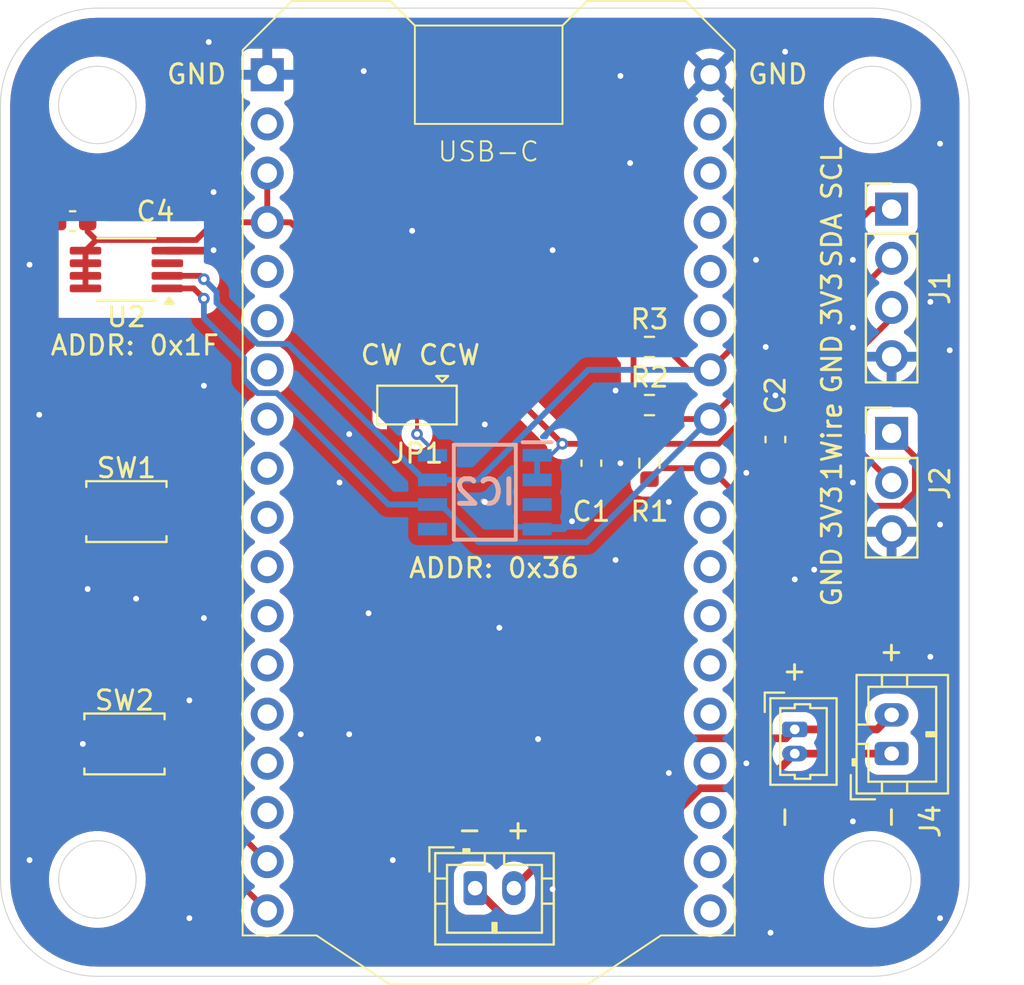
<source format=kicad_pcb>
(kicad_pcb (version 20240108) (generator "pcbnew") (generator_version "8.0")
  (layers (0 "F.Cu" signal) (31 "B.Cu" signal) (34 "B.Paste" user) (35 "F.Paste" user) (36 "B.SilkS" user "B.Silkscreen") (37 "F.SilkS" user "F.Silkscreen") (38 "B.Mask" user) (39 "F.Mask" user) (44 "Edge.Cuts" user))
  (net 0 "")
  (net 1 "+3V3")
  (net 2 "GND")
  (net 5 "SCL")
  (net 9 "SDA")
  (net 31 "Net-(IC2-DIR)")
  (net 33 "1_Wire")
  (net 36 "BAT+")
  (net 37 "BAT-")
  (net 38 "KEY1")
  (net 39 "KEY2")
  (footprint "Capacitor_SMD:C_0603_1608Metric" (layer "F.Cu") (at 165 72.275 90)
    (property "Reference" "C2" (at 2.275 0 90) (layer "F.SilkS"))
    (property "Value" "100nF")
    (pad "1" smd roundrect (at -0.775 0 90) (size 0.9 0.95) (layers "F.Cu" "F.Paste" "F.Mask") (net 2 "GND"))
    (pad "2" smd roundrect (at 0.775 0 90) (size 0.9 0.95) (layers "F.Cu" "F.Paste" "F.Mask") (net 1 "+3V3"))
  )
  (footprint "Resistor_SMD:R_0603_1608Metric" (layer "F.Cu") (at 158.5 73.5 -90)
    (property "Reference" "R1" (at 2.5 0 180) (layer "F.SilkS"))
    (property "Value" "4k7")
    (pad "1" smd roundrect (at -0.825 0 270) (size 0.8 0.95) (layers "F.Cu" "F.Paste" "F.Mask") (net 1 "+3V3"))
    (pad "2" smd roundrect (at 0.825 0 270) (size 0.8 0.95) (layers "F.Cu" "F.Paste" "F.Mask") (net 33 "1_Wire"))
  )
  (footprint "Resistor_SMD:R_0603_1608Metric" (layer "F.Cu") (at 158.5 70.5)
    (property "Reference" "R2" (at 0 -1.43 0) (layer "F.SilkS"))
    (property "Value" "4k7")
    (pad "1" smd roundrect (at -0.825 0) (size 0.8 0.95) (layers "F.Cu" "F.Paste" "F.Mask") (net 1 "+3V3"))
    (pad "2" smd roundrect (at 0.825 0) (size 0.8 0.95) (layers "F.Cu" "F.Paste" "F.Mask") (net 9 "SDA"))
  )
  (footprint "crack_monitoring:SW_Push_SPST_NO_Alps_SKRK" (layer "F.Cu") (at 131.5 76)
    (property "Reference" "SW1" (at 0 -2.25 0) (layer "F.SilkS"))
    (property "Value" "Key1")
    (pad "1" smd roundrect (at -2.1 0) (size 0.8 2) (layers "F.Cu" "F.Paste" "F.Mask") (net 2 "GND"))
    (pad "2" smd roundrect (at 2.1 0) (size 0.8 2) (layers "F.Cu" "F.Paste" "F.Mask") (net 38 "KEY1"))
  )
  (footprint "Connector_PinHeader_2.54mm:PinHeader_1x04_P2.54mm_Vertical" (layer "F.Cu") (at 171 60.38)
    (property "Reference" "J1" (at 2.5 4.08 90) (layer "F.SilkS"))
    (property "Value" "Conn_I2C_PinH")
    (pad "1" thru_hole rect (at 0 0) (size 1.7 1.7) (drill 1) (layers "*.Cu" "*.Mask" "In1.Cu" "In2.Cu" "In3.Cu" "In4.Cu" "In5.Cu" "In6.Cu" "In7.Cu" "In8.Cu" "In9.Cu" "In10.Cu" "In11.Cu" "In12.Cu" "In13.Cu" "In14.Cu" "In15.Cu" "In16.Cu" "In17.Cu" "In18.Cu" "In19.Cu" "In20.Cu" "In21.Cu" "In22.Cu" "In23.Cu" "In24.Cu" "In25.Cu" "In26.Cu" "In27.Cu" "In28.Cu" "In29.Cu" "In30.Cu") (net 5 "SCL"))
    (pad "2" thru_hole oval (at 0 2.54) (size 1.7 1.7) (drill 1) (layers "*.Cu" "*.Mask" "In1.Cu" "In2.Cu" "In3.Cu" "In4.Cu" "In5.Cu" "In6.Cu" "In7.Cu" "In8.Cu" "In9.Cu" "In10.Cu" "In11.Cu" "In12.Cu" "In13.Cu" "In14.Cu" "In15.Cu" "In16.Cu" "In17.Cu" "In18.Cu" "In19.Cu" "In20.Cu" "In21.Cu" "In22.Cu" "In23.Cu" "In24.Cu" "In25.Cu" "In26.Cu" "In27.Cu" "In28.Cu" "In29.Cu" "In30.Cu") (net 9 "SDA"))
    (pad "3" thru_hole oval (at 0 5.08) (size 1.7 1.7) (drill 1) (layers "*.Cu" "*.Mask" "In1.Cu" "In2.Cu" "In3.Cu" "In4.Cu" "In5.Cu" "In6.Cu" "In7.Cu" "In8.Cu" "In9.Cu" "In10.Cu" "In11.Cu" "In12.Cu" "In13.Cu" "In14.Cu" "In15.Cu" "In16.Cu" "In17.Cu" "In18.Cu" "In19.Cu" "In20.Cu" "In21.Cu" "In22.Cu" "In23.Cu" "In24.Cu" "In25.Cu" "In26.Cu" "In27.Cu" "In28.Cu" "In29.Cu" "In30.Cu") (net 1 "+3V3"))
    (pad "4" thru_hole oval (at 0 7.62) (size 1.7 1.7) (drill 1) (layers "*.Cu" "*.Mask" "In1.Cu" "In2.Cu" "In3.Cu" "In4.Cu" "In5.Cu" "In6.Cu" "In7.Cu" "In8.Cu" "In9.Cu" "In10.Cu" "In11.Cu" "In12.Cu" "In13.Cu" "In14.Cu" "In15.Cu" "In16.Cu" "In17.Cu" "In18.Cu" "In19.Cu" "In20.Cu" "In21.Cu" "In22.Cu" "In23.Cu" "In24.Cu" "In25.Cu" "In26.Cu" "In27.Cu" "In28.Cu" "In29.Cu" "In30.Cu") (net 2 "GND"))
  )
  (footprint "Connector_Molex:Molex_PicoBlade_53047-0210_1x02_P1.25mm_Vertical" (layer "F.Cu") (at 166 87.25 -90)
    (property "Reference" "J5" (hide yes))
    (property "Value" "Conn_BAT_Picoblade")
    (pad "1" thru_hole roundrect (at 0 0 270) (size 0.8 1.3) (drill 0.5) (layers "*.Cu" "*.Mask" "In1.Cu" "In2.Cu" "In3.Cu" "In4.Cu" "In5.Cu" "In6.Cu" "In7.Cu" "In8.Cu" "In9.Cu" "In10.Cu" "In11.Cu" "In12.Cu" "In13.Cu" "In14.Cu" "In15.Cu" "In16.Cu" "In17.Cu" "In18.Cu" "In19.Cu" "In20.Cu" "In21.Cu" "In22.Cu" "In23.Cu" "In24.Cu" "In25.Cu" "In26.Cu" "In27.Cu" "In28.Cu" "In29.Cu" "In30.Cu") (net 36 "BAT+"))
    (pad "2" thru_hole oval (at 1.25 0 270) (size 0.8 1.3) (drill 0.5) (layers "*.Cu" "*.Mask" "In1.Cu" "In2.Cu" "In3.Cu" "In4.Cu" "In5.Cu" "In6.Cu" "In7.Cu" "In8.Cu" "In9.Cu" "In10.Cu" "In11.Cu" "In12.Cu" "In13.Cu" "In14.Cu" "In15.Cu" "In16.Cu" "In17.Cu" "In18.Cu" "In19.Cu" "In20.Cu" "In21.Cu" "In22.Cu" "In23.Cu" "In24.Cu" "In25.Cu" "In26.Cu" "In27.Cu" "In28.Cu" "In29.Cu" "In30.Cu") (net 37 "BAT-"))
  )
  (footprint "Connector_PinHeader_2.54mm:PinHeader_1x03_P2.54mm_Vertical" (layer "F.Cu") (at 171 71.96)
    (property "Reference" "J2" (at 2.5 2.58 90) (layer "F.SilkS"))
    (property "Value" "Conn_1Wire_PinH")
    (pad "1" thru_hole rect (at 0 0) (size 1.7 1.7) (drill 1) (layers "*.Cu" "*.Mask" "In1.Cu" "In2.Cu" "In3.Cu" "In4.Cu" "In5.Cu" "In6.Cu" "In7.Cu" "In8.Cu" "In9.Cu" "In10.Cu" "In11.Cu" "In12.Cu" "In13.Cu" "In14.Cu" "In15.Cu" "In16.Cu" "In17.Cu" "In18.Cu" "In19.Cu" "In20.Cu" "In21.Cu" "In22.Cu" "In23.Cu" "In24.Cu" "In25.Cu" "In26.Cu" "In27.Cu" "In28.Cu" "In29.Cu" "In30.Cu") (net 33 "1_Wire"))
    (pad "2" thru_hole oval (at 0 2.54) (size 1.7 1.7) (drill 1) (layers "*.Cu" "*.Mask" "In1.Cu" "In2.Cu" "In3.Cu" "In4.Cu" "In5.Cu" "In6.Cu" "In7.Cu" "In8.Cu" "In9.Cu" "In10.Cu" "In11.Cu" "In12.Cu" "In13.Cu" "In14.Cu" "In15.Cu" "In16.Cu" "In17.Cu" "In18.Cu" "In19.Cu" "In20.Cu" "In21.Cu" "In22.Cu" "In23.Cu" "In24.Cu" "In25.Cu" "In26.Cu" "In27.Cu" "In28.Cu" "In29.Cu" "In30.Cu") (net 1 "+3V3"))
    (pad "3" thru_hole oval (at 0 5.08) (size 1.7 1.7) (drill 1) (layers "*.Cu" "*.Mask" "In1.Cu" "In2.Cu" "In3.Cu" "In4.Cu" "In5.Cu" "In6.Cu" "In7.Cu" "In8.Cu" "In9.Cu" "In10.Cu" "In11.Cu" "In12.Cu" "In13.Cu" "In14.Cu" "In15.Cu" "In16.Cu" "In17.Cu" "In18.Cu" "In19.Cu" "In20.Cu" "In21.Cu" "In22.Cu" "In23.Cu" "In24.Cu" "In25.Cu" "In26.Cu" "In27.Cu" "In28.Cu" "In29.Cu" "In30.Cu") (net 2 "GND"))
  )
  (footprint "Connector_JST:JST_PH_B2B-PH-K_1x02_P2.00mm_Vertical" (layer "F.Cu") (at 149.5 95.45)
    (property "Reference" "J3" (hide yes))
    (property "Value" "Conn_BAT_JST")
    (pad "1" thru_hole roundrect (at 0 0) (size 1.2 1.75) (drill 0.75) (layers "*.Cu" "*.Mask" "In1.Cu" "In2.Cu" "In3.Cu" "In4.Cu" "In5.Cu" "In6.Cu" "In7.Cu" "In8.Cu" "In9.Cu" "In10.Cu" "In11.Cu" "In12.Cu" "In13.Cu" "In14.Cu" "In15.Cu" "In16.Cu" "In17.Cu" "In18.Cu" "In19.Cu" "In20.Cu" "In21.Cu" "In22.Cu" "In23.Cu" "In24.Cu" "In25.Cu" "In26.Cu" "In27.Cu" "In28.Cu" "In29.Cu" "In30.Cu") (roundrect_rratio 0.208333) (net 37 "BAT-"))
    (pad "2" thru_hole oval (at 2 0) (size 1.2 1.75) (drill 0.75) (layers "*.Cu" "*.Mask" "In1.Cu" "In2.Cu" "In3.Cu" "In4.Cu" "In5.Cu" "In6.Cu" "In7.Cu" "In8.Cu" "In9.Cu" "In10.Cu" "In11.Cu" "In12.Cu" "In13.Cu" "In14.Cu" "In15.Cu" "In16.Cu" "In17.Cu" "In18.Cu" "In19.Cu" "In20.Cu" "In21.Cu" "In22.Cu" "In23.Cu" "In24.Cu" "In25.Cu" "In26.Cu" "In27.Cu" "In28.Cu" "In29.Cu" "In30.Cu") (net 36 "BAT+"))
  )
  (footprint "Connector_JST:JST_PH_B2B-PH-K_1x02_P2.00mm_Vertical" (layer "F.Cu") (at 171 88.5 90)
    (property "Reference" "J4" (at -3.5 2 -90) (layer "F.SilkS"))
    (property "Value" "Conn_BAT_JST")
    (pad "1" thru_hole roundrect (at 0 0 90) (size 1.2 1.75) (drill 0.75) (layers "*.Cu" "*.Mask" "In1.Cu" "In2.Cu" "In3.Cu" "In4.Cu" "In5.Cu" "In6.Cu" "In7.Cu" "In8.Cu" "In9.Cu" "In10.Cu" "In11.Cu" "In12.Cu" "In13.Cu" "In14.Cu" "In15.Cu" "In16.Cu" "In17.Cu" "In18.Cu" "In19.Cu" "In20.Cu" "In21.Cu" "In22.Cu" "In23.Cu" "In24.Cu" "In25.Cu" "In26.Cu" "In27.Cu" "In28.Cu" "In29.Cu" "In30.Cu") (roundrect_rratio 0.208333) (net 37 "BAT-"))
    (pad "2" thru_hole oval (at 2 0 90) (size 1.2 1.75) (drill 0.75) (layers "*.Cu" "*.Mask" "In1.Cu" "In2.Cu" "In3.Cu" "In4.Cu" "In5.Cu" "In6.Cu" "In7.Cu" "In8.Cu" "In9.Cu" "In10.Cu" "In11.Cu" "In12.Cu" "In13.Cu" "In14.Cu" "In15.Cu" "In16.Cu" "In17.Cu" "In18.Cu" "In19.Cu" "In20.Cu" "In21.Cu" "In22.Cu" "In23.Cu" "In24.Cu" "In25.Cu" "In26.Cu" "In27.Cu" "In28.Cu" "In29.Cu" "In30.Cu") (net 36 "BAT+"))
  )
  (footprint "Capacitor_SMD:C_0603_1608Metric" (layer "F.Cu") (at 155.5 73.5 90)
    (property "Reference" "C1" (at -2.5 0 180) (layer "F.SilkS"))
    (property "Value" "100nF")
    (pad "1" smd roundrect (at -0.775 0 90) (size 0.9 0.95) (layers "F.Cu" "F.Paste" "F.Mask") (net 2 "GND"))
    (pad "2" smd roundrect (at 0.775 0 90) (size 0.9 0.95) (layers "F.Cu" "F.Paste" "F.Mask") (net 1 "+3V3"))
  )
  (footprint "Package_SO:MSOP-8_3x3mm_P0.65mm" (layer "F.Cu") (at 131.5 63.5 180)
    (property "Reference" "U2" (at 0 -2.45 0) (layer "F.SilkS"))
    (property "Value" "MCP9808_MSOP")
    (pad "1" smd roundrect (at -2.1125 -0.975 180) (size 1.625 0.4) (layers "F.Cu" "F.Paste" "F.Mask") (net 9 "SDA"))
    (pad "2" smd roundrect (at -2.1125 -0.325 180) (size 1.625 0.4) (layers "F.Cu" "F.Paste" "F.Mask") (net 5 "SCL"))
    (pad "3" smd roundrect (at -2.1125 0.325 180) (size 1.625 0.4) (layers "F.Cu" "F.Paste" "F.Mask"))
    (pad "4" smd roundrect (at -2.1125 0.975 180) (size 1.625 0.4) (layers "F.Cu" "F.Paste" "F.Mask") (net 2 "GND"))
    (pad "5" smd roundrect (at 2.1125 0.975 180) (size 1.625 0.4) (layers "F.Cu" "F.Paste" "F.Mask") (net 1 "+3V3"))
    (pad "6" smd roundrect (at 2.1125 0.325 180) (size 1.625 0.4) (layers "F.Cu" "F.Paste" "F.Mask") (net 1 "+3V3"))
    (pad "7" smd roundrect (at 2.1125 -0.325 180) (size 1.625 0.4) (layers "F.Cu" "F.Paste" "F.Mask") (net 1 "+3V3"))
    (pad "8" smd roundrect (at 2.1125 -0.975 180) (size 1.625 0.4) (layers "F.Cu" "F.Paste" "F.Mask") (net 1 "+3V3"))
  )
  (footprint "crack_monitoring:SW_Push_SPST_NO_Alps_SKRK" (layer "F.Cu") (at 131.4 88)
    (property "Reference" "SW2" (at 0 -2.25 0) (layer "F.SilkS"))
    (property "Value" "Key2")
    (pad "1" smd roundrect (at -2.1 0) (size 0.8 2) (layers "F.Cu" "F.Paste" "F.Mask") (net 2 "GND"))
    (pad "2" smd roundrect (at 2.1 0) (size 0.8 2) (layers "F.Cu" "F.Paste" "F.Mask") (net 39 "KEY2"))
  )
  (footprint "Jumper:SolderJumper-3_P1.3mm_Open_Pad1.0x1.5mm" (layer "F.Cu") (at 146.5 70.5 180)
    (property "Reference" "JP1" (at 0 -2.5 0) (layer "F.SilkS"))
    (property "Value" "DIR_Jumper")
    (pad "1" smd rect (at -1.3 0 180) (size 1 1.5) (layers "F.Cu" "F.Mask") (net 1 "+3V3"))
    (pad "2" smd rect (at 0 0 180) (size 1 1.5) (layers "F.Cu" "F.Mask") (net 31 "Net-(IC2-DIR)"))
    (pad "3" smd rect (at 1.3 0 180) (size 1 1.5) (layers "F.Cu" "F.Mask") (net 2 "GND"))
  )
  (footprint "Resistor_SMD:R_0603_1608Metric" (layer "F.Cu") (at 158.5 67.5)
    (property "Reference" "R3" (at 0 -1.43 0) (layer "F.SilkS"))
    (property "Value" "4k7")
    (pad "1" smd roundrect (at -0.825 0) (size 0.8 0.95) (layers "F.Cu" "F.Paste" "F.Mask") (net 1 "+3V3"))
    (pad "2" smd roundrect (at 0.825 0) (size 0.8 0.95) (layers "F.Cu" "F.Paste" "F.Mask") (net 5 "SCL"))
  )
  (footprint "Capacitor_SMD:C_0603_1608Metric" (layer "F.Cu") (at 128.725 61 180)
    (property "Reference" "C4" (at -4.275 0.5 0) (layer "F.SilkS"))
    (property "Value" "100nF")
    (pad "1" smd roundrect (at -0.775 0 180) (size 0.9 0.95) (layers "F.Cu" "F.Paste" "F.Mask") (net 1 "+3V3"))
    (pad "2" smd roundrect (at 0.775 0 180) (size 0.9 0.95) (layers "F.Cu" "F.Paste" "F.Mask") (net 2 "GND"))
  )
  (footprint "custom_heltec_wifi_lora_v3:Heltec_Wifi_LoRa_V3" (layer "F.Cu") (at 137.5 97.89)
    (property "Reference" "U1" (hide yes))
    (property "Value" "Heltec V3" (hide yes))
    (fp_text user "USB-C" (at 10 -39.89 0) (layer "F.SilkS") (effects (font (thickness 0.1)) (justify left bottom)))
    (pad "1" thru_hole rect (at 1.27 -44.45 180) (size 1.7 1.7) (drill 1) (layers "*.Cu" "*.Mask" "In1.Cu" "In2.Cu" "In3.Cu" "In4.Cu" "In5.Cu" "In6.Cu" "In7.Cu" "In8.Cu" "In9.Cu" "In10.Cu" "In11.Cu" "In12.Cu" "In13.Cu" "In14.Cu" "In15.Cu" "In16.Cu" "In17.Cu" "In18.Cu" "In19.Cu" "In20.Cu" "In21.Cu" "In22.Cu" "In23.Cu" "In24.Cu" "In25.Cu" "In26.Cu" "In27.Cu" "In28.Cu" "In29.Cu" "In30.Cu") (net 2 "GND"))
    (pad "2" thru_hole circle (at 1.27 -41.91 180) (size 1.7 1.7) (drill 1) (layers "*.Cu" "*.Mask" "In1.Cu" "In2.Cu" "In3.Cu" "In4.Cu" "In5.Cu" "In6.Cu" "In7.Cu" "In8.Cu" "In9.Cu" "In10.Cu" "In11.Cu" "In12.Cu" "In13.Cu" "In14.Cu" "In15.Cu" "In16.Cu" "In17.Cu" "In18.Cu" "In19.Cu" "In20.Cu" "In21.Cu" "In22.Cu" "In23.Cu" "In24.Cu" "In25.Cu" "In26.Cu" "In27.Cu" "In28.Cu" "In29.Cu" "In30.Cu"))
    (pad "3" thru_hole circle (at 1.27 -39.37 180) (size 1.7 1.7) (drill 1) (layers "*.Cu" "*.Mask" "In1.Cu" "In2.Cu" "In3.Cu" "In4.Cu" "In5.Cu" "In6.Cu" "In7.Cu" "In8.Cu" "In9.Cu" "In10.Cu" "In11.Cu" "In12.Cu" "In13.Cu" "In14.Cu" "In15.Cu" "In16.Cu" "In17.Cu" "In18.Cu" "In19.Cu" "In20.Cu" "In21.Cu" "In22.Cu" "In23.Cu" "In24.Cu" "In25.Cu" "In26.Cu" "In27.Cu" "In28.Cu" "In29.Cu" "In30.Cu") (net 1 "+3V3"))
    (pad "4" thru_hole circle (at 1.27 -36.83 180) (size 1.7 1.7) (drill 1) (layers "*.Cu" "*.Mask" "In1.Cu" "In2.Cu" "In3.Cu" "In4.Cu" "In5.Cu" "In6.Cu" "In7.Cu" "In8.Cu" "In9.Cu" "In10.Cu" "In11.Cu" "In12.Cu" "In13.Cu" "In14.Cu" "In15.Cu" "In16.Cu" "In17.Cu" "In18.Cu" "In19.Cu" "In20.Cu" "In21.Cu" "In22.Cu" "In23.Cu" "In24.Cu" "In25.Cu" "In26.Cu" "In27.Cu" "In28.Cu" "In29.Cu" "In30.Cu") (net 1 "+3V3"))
    (pad "5" thru_hole circle (at 1.27 -34.29 180) (size 1.7 1.7) (drill 1) (layers "*.Cu" "*.Mask" "In1.Cu" "In2.Cu" "In3.Cu" "In4.Cu" "In5.Cu" "In6.Cu" "In7.Cu" "In8.Cu" "In9.Cu" "In10.Cu" "In11.Cu" "In12.Cu" "In13.Cu" "In14.Cu" "In15.Cu" "In16.Cu" "In17.Cu" "In18.Cu" "In19.Cu" "In20.Cu" "In21.Cu" "In22.Cu" "In23.Cu" "In24.Cu" "In25.Cu" "In26.Cu" "In27.Cu" "In28.Cu" "In29.Cu" "In30.Cu"))
    (pad "6" thru_hole circle (at 1.27 -31.75 180) (size 1.7 1.7) (drill 1) (layers "*.Cu" "*.Mask" "In1.Cu" "In2.Cu" "In3.Cu" "In4.Cu" "In5.Cu" "In6.Cu" "In7.Cu" "In8.Cu" "In9.Cu" "In10.Cu" "In11.Cu" "In12.Cu" "In13.Cu" "In14.Cu" "In15.Cu" "In16.Cu" "In17.Cu" "In18.Cu" "In19.Cu" "In20.Cu" "In21.Cu" "In22.Cu" "In23.Cu" "In24.Cu" "In25.Cu" "In26.Cu" "In27.Cu" "In28.Cu" "In29.Cu" "In30.Cu"))
    (pad "7" thru_hole circle (at 1.27 -29.21 180) (size 1.7 1.7) (drill 1) (layers "*.Cu" "*.Mask" "In1.Cu" "In2.Cu" "In3.Cu" "In4.Cu" "In5.Cu" "In6.Cu" "In7.Cu" "In8.Cu" "In9.Cu" "In10.Cu" "In11.Cu" "In12.Cu" "In13.Cu" "In14.Cu" "In15.Cu" "In16.Cu" "In17.Cu" "In18.Cu" "In19.Cu" "In20.Cu" "In21.Cu" "In22.Cu" "In23.Cu" "In24.Cu" "In25.Cu" "In26.Cu" "In27.Cu" "In28.Cu" "In29.Cu" "In30.Cu"))
    (pad "8" thru_hole circle (at 1.27 -26.67 180) (size 1.7 1.7) (drill 1) (layers "*.Cu" "*.Mask" "In1.Cu" "In2.Cu" "In3.Cu" "In4.Cu" "In5.Cu" "In6.Cu" "In7.Cu" "In8.Cu" "In9.Cu" "In10.Cu" "In11.Cu" "In12.Cu" "In13.Cu" "In14.Cu" "In15.Cu" "In16.Cu" "In17.Cu" "In18.Cu" "In19.Cu" "In20.Cu" "In21.Cu" "In22.Cu" "In23.Cu" "In24.Cu" "In25.Cu" "In26.Cu" "In27.Cu" "In28.Cu" "In29.Cu" "In30.Cu"))
    (pad "9" thru_hole circle (at 1.27 -24.13 180) (size 1.7 1.7) (drill 1) (layers "*.Cu" "*.Mask" "In1.Cu" "In2.Cu" "In3.Cu" "In4.Cu" "In5.Cu" "In6.Cu" "In7.Cu" "In8.Cu" "In9.Cu" "In10.Cu" "In11.Cu" "In12.Cu" "In13.Cu" "In14.Cu" "In15.Cu" "In16.Cu" "In17.Cu" "In18.Cu" "In19.Cu" "In20.Cu" "In21.Cu" "In22.Cu" "In23.Cu" "In24.Cu" "In25.Cu" "In26.Cu" "In27.Cu" "In28.Cu" "In29.Cu" "In30.Cu"))
    (pad "10" thru_hole circle (at 1.27 -21.59 180) (size 1.7 1.7) (drill 1) (layers "*.Cu" "*.Mask" "In1.Cu" "In2.Cu" "In3.Cu" "In4.Cu" "In5.Cu" "In6.Cu" "In7.Cu" "In8.Cu" "In9.Cu" "In10.Cu" "In11.Cu" "In12.Cu" "In13.Cu" "In14.Cu" "In15.Cu" "In16.Cu" "In17.Cu" "In18.Cu" "In19.Cu" "In20.Cu" "In21.Cu" "In22.Cu" "In23.Cu" "In24.Cu" "In25.Cu" "In26.Cu" "In27.Cu" "In28.Cu" "In29.Cu" "In30.Cu"))
    (pad "11" thru_hole circle (at 1.27 -19.05 180) (size 1.7 1.7) (drill 1) (layers "*.Cu" "*.Mask" "In1.Cu" "In2.Cu" "In3.Cu" "In4.Cu" "In5.Cu" "In6.Cu" "In7.Cu" "In8.Cu" "In9.Cu" "In10.Cu" "In11.Cu" "In12.Cu" "In13.Cu" "In14.Cu" "In15.Cu" "In16.Cu" "In17.Cu" "In18.Cu" "In19.Cu" "In20.Cu" "In21.Cu" "In22.Cu" "In23.Cu" "In24.Cu" "In25.Cu" "In26.Cu" "In27.Cu" "In28.Cu" "In29.Cu" "In30.Cu"))
    (pad "12" thru_hole circle (at 1.27 -16.51 180) (size 1.7 1.7) (drill 1) (layers "*.Cu" "*.Mask" "In1.Cu" "In2.Cu" "In3.Cu" "In4.Cu" "In5.Cu" "In6.Cu" "In7.Cu" "In8.Cu" "In9.Cu" "In10.Cu" "In11.Cu" "In12.Cu" "In13.Cu" "In14.Cu" "In15.Cu" "In16.Cu" "In17.Cu" "In18.Cu" "In19.Cu" "In20.Cu" "In21.Cu" "In22.Cu" "In23.Cu" "In24.Cu" "In25.Cu" "In26.Cu" "In27.Cu" "In28.Cu" "In29.Cu" "In30.Cu"))
    (pad "13" thru_hole circle (at 1.27 -13.97 180) (size 1.7 1.7) (drill 1) (layers "*.Cu" "*.Mask" "In1.Cu" "In2.Cu" "In3.Cu" "In4.Cu" "In5.Cu" "In6.Cu" "In7.Cu" "In8.Cu" "In9.Cu" "In10.Cu" "In11.Cu" "In12.Cu" "In13.Cu" "In14.Cu" "In15.Cu" "In16.Cu" "In17.Cu" "In18.Cu" "In19.Cu" "In20.Cu" "In21.Cu" "In22.Cu" "In23.Cu" "In24.Cu" "In25.Cu" "In26.Cu" "In27.Cu" "In28.Cu" "In29.Cu" "In30.Cu"))
    (pad "14" thru_hole circle (at 1.27 -11.43 180) (size 1.7 1.7) (drill 1) (layers "*.Cu" "*.Mask" "In1.Cu" "In2.Cu" "In3.Cu" "In4.Cu" "In5.Cu" "In6.Cu" "In7.Cu" "In8.Cu" "In9.Cu" "In10.Cu" "In11.Cu" "In12.Cu" "In13.Cu" "In14.Cu" "In15.Cu" "In16.Cu" "In17.Cu" "In18.Cu" "In19.Cu" "In20.Cu" "In21.Cu" "In22.Cu" "In23.Cu" "In24.Cu" "In25.Cu" "In26.Cu" "In27.Cu" "In28.Cu" "In29.Cu" "In30.Cu"))
    (pad "15" thru_hole circle (at 1.27 -8.89 180) (size 1.7 1.7) (drill 1) (layers "*.Cu" "*.Mask" "In1.Cu" "In2.Cu" "In3.Cu" "In4.Cu" "In5.Cu" "In6.Cu" "In7.Cu" "In8.Cu" "In9.Cu" "In10.Cu" "In11.Cu" "In12.Cu" "In13.Cu" "In14.Cu" "In15.Cu" "In16.Cu" "In17.Cu" "In18.Cu" "In19.Cu" "In20.Cu" "In21.Cu" "In22.Cu" "In23.Cu" "In24.Cu" "In25.Cu" "In26.Cu" "In27.Cu" "In28.Cu" "In29.Cu" "In30.Cu"))
    (pad "16" thru_hole circle (at 1.27 -6.35 180) (size 1.7 1.7) (drill 1) (layers "*.Cu" "*.Mask" "In1.Cu" "In2.Cu" "In3.Cu" "In4.Cu" "In5.Cu" "In6.Cu" "In7.Cu" "In8.Cu" "In9.Cu" "In10.Cu" "In11.Cu" "In12.Cu" "In13.Cu" "In14.Cu" "In15.Cu" "In16.Cu" "In17.Cu" "In18.Cu" "In19.Cu" "In20.Cu" "In21.Cu" "In22.Cu" "In23.Cu" "In24.Cu" "In25.Cu" "In26.Cu" "In27.Cu" "In28.Cu" "In29.Cu" "In30.Cu"))
    (pad "17" thru_hole circle (at 1.27 -3.81 180) (size 1.7 1.7) (drill 1) (layers "*.Cu" "*.Mask" "In1.Cu" "In2.Cu" "In3.Cu" "In4.Cu" "In5.Cu" "In6.Cu" "In7.Cu" "In8.Cu" "In9.Cu" "In10.Cu" "In11.Cu" "In12.Cu" "In13.Cu" "In14.Cu" "In15.Cu" "In16.Cu" "In17.Cu" "In18.Cu" "In19.Cu" "In20.Cu" "In21.Cu" "In22.Cu" "In23.Cu" "In24.Cu" "In25.Cu" "In26.Cu" "In27.Cu" "In28.Cu" "In29.Cu" "In30.Cu") (net 38 "KEY1"))
    (pad "18" thru_hole circle (at 1.27 -1.27 180) (size 1.7 1.7) (drill 1) (layers "*.Cu" "*.Mask" "In1.Cu" "In2.Cu" "In3.Cu" "In4.Cu" "In5.Cu" "In6.Cu" "In7.Cu" "In8.Cu" "In9.Cu" "In10.Cu" "In11.Cu" "In12.Cu" "In13.Cu" "In14.Cu" "In15.Cu" "In16.Cu" "In17.Cu" "In18.Cu" "In19.Cu" "In20.Cu" "In21.Cu" "In22.Cu" "In23.Cu" "In24.Cu" "In25.Cu" "In26.Cu" "In27.Cu" "In28.Cu" "In29.Cu" "In30.Cu") (net 39 "KEY2"))
    (pad "19" thru_hole circle (at 24.13 -44.45 180) (size 1.7 1.7) (drill 1) (layers "*.Cu" "*.Mask" "In1.Cu" "In2.Cu" "In3.Cu" "In4.Cu" "In5.Cu" "In6.Cu" "In7.Cu" "In8.Cu" "In9.Cu" "In10.Cu" "In11.Cu" "In12.Cu" "In13.Cu" "In14.Cu" "In15.Cu" "In16.Cu" "In17.Cu" "In18.Cu" "In19.Cu" "In20.Cu" "In21.Cu" "In22.Cu" "In23.Cu" "In24.Cu" "In25.Cu" "In26.Cu" "In27.Cu" "In28.Cu" "In29.Cu" "In30.Cu") (net 2 "GND"))
    (pad "20" thru_hole circle (at 24.13 -41.91 180) (size 1.7 1.7) (drill 1) (layers "*.Cu" "*.Mask" "In1.Cu" "In2.Cu" "In3.Cu" "In4.Cu" "In5.Cu" "In6.Cu" "In7.Cu" "In8.Cu" "In9.Cu" "In10.Cu" "In11.Cu" "In12.Cu" "In13.Cu" "In14.Cu" "In15.Cu" "In16.Cu" "In17.Cu" "In18.Cu" "In19.Cu" "In20.Cu" "In21.Cu" "In22.Cu" "In23.Cu" "In24.Cu" "In25.Cu" "In26.Cu" "In27.Cu" "In28.Cu" "In29.Cu" "In30.Cu"))
    (pad "21" thru_hole circle (at 24.13 -39.37 180) (size 1.7 1.7) (drill 1) (layers "*.Cu" "*.Mask" "In1.Cu" "In2.Cu" "In3.Cu" "In4.Cu" "In5.Cu" "In6.Cu" "In7.Cu" "In8.Cu" "In9.Cu" "In10.Cu" "In11.Cu" "In12.Cu" "In13.Cu" "In14.Cu" "In15.Cu" "In16.Cu" "In17.Cu" "In18.Cu" "In19.Cu" "In20.Cu" "In21.Cu" "In22.Cu" "In23.Cu" "In24.Cu" "In25.Cu" "In26.Cu" "In27.Cu" "In28.Cu" "In29.Cu" "In30.Cu"))
    (pad "22" thru_hole circle (at 24.13 -36.83 180) (size 1.7 1.7) (drill 1) (layers "*.Cu" "*.Mask" "In1.Cu" "In2.Cu" "In3.Cu" "In4.Cu" "In5.Cu" "In6.Cu" "In7.Cu" "In8.Cu" "In9.Cu" "In10.Cu" "In11.Cu" "In12.Cu" "In13.Cu" "In14.Cu" "In15.Cu" "In16.Cu" "In17.Cu" "In18.Cu" "In19.Cu" "In20.Cu" "In21.Cu" "In22.Cu" "In23.Cu" "In24.Cu" "In25.Cu" "In26.Cu" "In27.Cu" "In28.Cu" "In29.Cu" "In30.Cu"))
    (pad "23" thru_hole circle (at 24.13 -34.29 180) (size 1.7 1.7) (drill 1) (layers "*.Cu" "*.Mask" "In1.Cu" "In2.Cu" "In3.Cu" "In4.Cu" "In5.Cu" "In6.Cu" "In7.Cu" "In8.Cu" "In9.Cu" "In10.Cu" "In11.Cu" "In12.Cu" "In13.Cu" "In14.Cu" "In15.Cu" "In16.Cu" "In17.Cu" "In18.Cu" "In19.Cu" "In20.Cu" "In21.Cu" "In22.Cu" "In23.Cu" "In24.Cu" "In25.Cu" "In26.Cu" "In27.Cu" "In28.Cu" "In29.Cu" "In30.Cu"))
    (pad "24" thru_hole circle (at 24.13 -31.75 180) (size 1.7 1.7) (drill 1) (layers "*.Cu" "*.Mask" "In1.Cu" "In2.Cu" "In3.Cu" "In4.Cu" "In5.Cu" "In6.Cu" "In7.Cu" "In8.Cu" "In9.Cu" "In10.Cu" "In11.Cu" "In12.Cu" "In13.Cu" "In14.Cu" "In15.Cu" "In16.Cu" "In17.Cu" "In18.Cu" "In19.Cu" "In20.Cu" "In21.Cu" "In22.Cu" "In23.Cu" "In24.Cu" "In25.Cu" "In26.Cu" "In27.Cu" "In28.Cu" "In29.Cu" "In30.Cu"))
    (pad "25" thru_hole circle (at 24.13 -29.21 180) (size 1.7 1.7) (drill 1) (layers "*.Cu" "*.Mask" "In1.Cu" "In2.Cu" "In3.Cu" "In4.Cu" "In5.Cu" "In6.Cu" "In7.Cu" "In8.Cu" "In9.Cu" "In10.Cu" "In11.Cu" "In12.Cu" "In13.Cu" "In14.Cu" "In15.Cu" "In16.Cu" "In17.Cu" "In18.Cu" "In19.Cu" "In20.Cu" "In21.Cu" "In22.Cu" "In23.Cu" "In24.Cu" "In25.Cu" "In26.Cu" "In27.Cu" "In28.Cu" "In29.Cu" "In30.Cu") (net 5 "SCL"))
    (pad "26" thru_hole circle (at 24.13 -26.67 180) (size 1.7 1.7) (drill 1) (layers "*.Cu" "*.Mask" "In1.Cu" "In2.Cu" "In3.Cu" "In4.Cu" "In5.Cu" "In6.Cu" "In7.Cu" "In8.Cu" "In9.Cu" "In10.Cu" "In11.Cu" "In12.Cu" "In13.Cu" "In14.Cu" "In15.Cu" "In16.Cu" "In17.Cu" "In18.Cu" "In19.Cu" "In20.Cu" "In21.Cu" "In22.Cu" "In23.Cu" "In24.Cu" "In25.Cu" "In26.Cu" "In27.Cu" "In28.Cu" "In29.Cu" "In30.Cu") (net 9 "SDA"))
    (pad "27" thru_hole circle (at 24.13 -24.13 180) (size 1.7 1.7) (drill 1) (layers "*.Cu" "*.Mask" "In1.Cu" "In2.Cu" "In3.Cu" "In4.Cu" "In5.Cu" "In6.Cu" "In7.Cu" "In8.Cu" "In9.Cu" "In10.Cu" "In11.Cu" "In12.Cu" "In13.Cu" "In14.Cu" "In15.Cu" "In16.Cu" "In17.Cu" "In18.Cu" "In19.Cu" "In20.Cu" "In21.Cu" "In22.Cu" "In23.Cu" "In24.Cu" "In25.Cu" "In26.Cu" "In27.Cu" "In28.Cu" "In29.Cu" "In30.Cu") (net 33 "1_Wire"))
    (pad "28" thru_hole circle (at 24.13 -21.59 180) (size 1.7 1.7) (drill 1) (layers "*.Cu" "*.Mask" "In1.Cu" "In2.Cu" "In3.Cu" "In4.Cu" "In5.Cu" "In6.Cu" "In7.Cu" "In8.Cu" "In9.Cu" "In10.Cu" "In11.Cu" "In12.Cu" "In13.Cu" "In14.Cu" "In15.Cu" "In16.Cu" "In17.Cu" "In18.Cu" "In19.Cu" "In20.Cu" "In21.Cu" "In22.Cu" "In23.Cu" "In24.Cu" "In25.Cu" "In26.Cu" "In27.Cu" "In28.Cu" "In29.Cu" "In30.Cu"))
    (pad "29" thru_hole circle (at 24.13 -19.05 180) (size 1.7 1.7) (drill 1) (layers "*.Cu" "*.Mask" "In1.Cu" "In2.Cu" "In3.Cu" "In4.Cu" "In5.Cu" "In6.Cu" "In7.Cu" "In8.Cu" "In9.Cu" "In10.Cu" "In11.Cu" "In12.Cu" "In13.Cu" "In14.Cu" "In15.Cu" "In16.Cu" "In17.Cu" "In18.Cu" "In19.Cu" "In20.Cu" "In21.Cu" "In22.Cu" "In23.Cu" "In24.Cu" "In25.Cu" "In26.Cu" "In27.Cu" "In28.Cu" "In29.Cu" "In30.Cu"))
    (pad "30" thru_hole circle (at 24.13 -16.51 180) (size 1.7 1.7) (drill 1) (layers "*.Cu" "*.Mask" "In1.Cu" "In2.Cu" "In3.Cu" "In4.Cu" "In5.Cu" "In6.Cu" "In7.Cu" "In8.Cu" "In9.Cu" "In10.Cu" "In11.Cu" "In12.Cu" "In13.Cu" "In14.Cu" "In15.Cu" "In16.Cu" "In17.Cu" "In18.Cu" "In19.Cu" "In20.Cu" "In21.Cu" "In22.Cu" "In23.Cu" "In24.Cu" "In25.Cu" "In26.Cu" "In27.Cu" "In28.Cu" "In29.Cu" "In30.Cu"))
    (pad "31" thru_hole circle (at 24.13 -13.97 180) (size 1.7 1.7) (drill 1) (layers "*.Cu" "*.Mask" "In1.Cu" "In2.Cu" "In3.Cu" "In4.Cu" "In5.Cu" "In6.Cu" "In7.Cu" "In8.Cu" "In9.Cu" "In10.Cu" "In11.Cu" "In12.Cu" "In13.Cu" "In14.Cu" "In15.Cu" "In16.Cu" "In17.Cu" "In18.Cu" "In19.Cu" "In20.Cu" "In21.Cu" "In22.Cu" "In23.Cu" "In24.Cu" "In25.Cu" "In26.Cu" "In27.Cu" "In28.Cu" "In29.Cu" "In30.Cu"))
    (pad "32" thru_hole circle (at 24.13 -11.43 180) (size 1.7 1.7) (drill 1) (layers "*.Cu" "*.Mask" "In1.Cu" "In2.Cu" "In3.Cu" "In4.Cu" "In5.Cu" "In6.Cu" "In7.Cu" "In8.Cu" "In9.Cu" "In10.Cu" "In11.Cu" "In12.Cu" "In13.Cu" "In14.Cu" "In15.Cu" "In16.Cu" "In17.Cu" "In18.Cu" "In19.Cu" "In20.Cu" "In21.Cu" "In22.Cu" "In23.Cu" "In24.Cu" "In25.Cu" "In26.Cu" "In27.Cu" "In28.Cu" "In29.Cu" "In30.Cu"))
    (pad "33" thru_hole circle (at 24.13 -8.89 180) (size 1.7 1.7) (drill 1) (layers "*.Cu" "*.Mask" "In1.Cu" "In2.Cu" "In3.Cu" "In4.Cu" "In5.Cu" "In6.Cu" "In7.Cu" "In8.Cu" "In9.Cu" "In10.Cu" "In11.Cu" "In12.Cu" "In13.Cu" "In14.Cu" "In15.Cu" "In16.Cu" "In17.Cu" "In18.Cu" "In19.Cu" "In20.Cu" "In21.Cu" "In22.Cu" "In23.Cu" "In24.Cu" "In25.Cu" "In26.Cu" "In27.Cu" "In28.Cu" "In29.Cu" "In30.Cu"))
    (pad "34" thru_hole circle (at 24.13 -6.35 180) (size 1.7 1.7) (drill 1) (layers "*.Cu" "*.Mask" "In1.Cu" "In2.Cu" "In3.Cu" "In4.Cu" "In5.Cu" "In6.Cu" "In7.Cu" "In8.Cu" "In9.Cu" "In10.Cu" "In11.Cu" "In12.Cu" "In13.Cu" "In14.Cu" "In15.Cu" "In16.Cu" "In17.Cu" "In18.Cu" "In19.Cu" "In20.Cu" "In21.Cu" "In22.Cu" "In23.Cu" "In24.Cu" "In25.Cu" "In26.Cu" "In27.Cu" "In28.Cu" "In29.Cu" "In30.Cu"))
    (pad "35" thru_hole circle (at 24.13 -3.81 180) (size 1.7 1.7) (drill 1) (layers "*.Cu" "*.Mask" "In1.Cu" "In2.Cu" "In3.Cu" "In4.Cu" "In5.Cu" "In6.Cu" "In7.Cu" "In8.Cu" "In9.Cu" "In10.Cu" "In11.Cu" "In12.Cu" "In13.Cu" "In14.Cu" "In15.Cu" "In16.Cu" "In17.Cu" "In18.Cu" "In19.Cu" "In20.Cu" "In21.Cu" "In22.Cu" "In23.Cu" "In24.Cu" "In25.Cu" "In26.Cu" "In27.Cu" "In28.Cu" "In29.Cu" "In30.Cu"))
    (pad "36" thru_hole circle (at 24.13 -1.27 180) (size 1.7 1.7) (drill 1) (layers "*.Cu" "*.Mask" "In1.Cu" "In2.Cu" "In3.Cu" "In4.Cu" "In5.Cu" "In6.Cu" "In7.Cu" "In8.Cu" "In9.Cu" "In10.Cu" "In11.Cu" "In12.Cu" "In13.Cu" "In14.Cu" "In15.Cu" "In16.Cu" "In17.Cu" "In18.Cu" "In19.Cu" "In20.Cu" "In21.Cu" "In22.Cu" "In23.Cu" "In24.Cu" "In25.Cu" "In26.Cu" "In27.Cu" "In28.Cu" "In29.Cu" "In30.Cu"))
  )
  (footprint "crack_monitoring:SOIC127P600X175-8N" (layer "B.Cu") (at 150 75 180)
    (property "Reference" "IC2" (at 0 0 0) (layer "B.SilkS") (effects (font (size 1.27 1.27) (thickness 0.254)) (justify mirror)))
    (property "Value" "AS5600L-ASOM" (hide yes))
    (pad "1" smd rect (at -2.7 1.905 90) (size 0.65 1.5) (layers "B.Cu" "B.Paste" "B.Mask") (net 1 "+3V3"))
    (pad "2" smd rect (at -2.7 0.635 90) (size 0.65 1.5) (layers "B.Cu" "B.Paste" "B.Mask") (net 1 "+3V3"))
    (pad "3" smd rect (at -2.7 -0.635 90) (size 0.65 1.5) (layers "B.Cu" "B.Paste" "B.Mask"))
    (pad "4" smd rect (at -2.7 -1.905 90) (size 0.65 1.5) (layers "B.Cu" "B.Paste" "B.Mask") (net 2 "GND"))
    (pad "5" smd rect (at 2.7 -1.905 90) (size 0.65 1.5) (layers "B.Cu" "B.Paste" "B.Mask"))
    (pad "6" smd rect (at 2.7 -0.635 90) (size 0.65 1.5) (layers "B.Cu" "B.Paste" "B.Mask") (net 9 "SDA"))
    (pad "7" smd rect (at 2.7 0.635 90) (size 0.65 1.5) (layers "B.Cu" "B.Paste" "B.Mask") (net 5 "SCL"))
    (pad "8" smd rect (at 2.7 1.905 90) (size 0.65 1.5) (layers "B.Cu" "B.Paste" "B.Mask") (net 31 "Net-(IC2-DIR)"))
  )
  (gr_line (start 130 50) (end 170 50) (stroke (width 0.05)) (layer "Edge.Cuts"))
  (gr_arc (start 130 100) (mid 126.464466 98.535534) (end 125 95) (stroke (width 0.05)) (layer "Edge.Cuts"))
  (gr_circle (center 130 55) (end 130 57) (stroke (width 0.05)) (fill none) (layer "Edge.Cuts"))
  (gr_arc (start 175 95) (mid 173.535534 98.535534) (end 170 100) (stroke (width 0.05)) (layer "Edge.Cuts"))
  (gr_circle (center 170 95) (end 170 97) (stroke (width 0.05)) (fill none) (layer "Edge.Cuts"))
  (gr_arc (start 125 55) (mid 126.464466 51.464466) (end 130 50) (stroke (width 0.05)) (layer "Edge.Cuts"))
  (gr_circle (center 130 95) (end 130 97) (stroke (width 0.05)) (fill none) (layer "Edge.Cuts"))
  (gr_line (start 175 55) (end 175 95) (stroke (width 0.05)) (layer "Edge.Cuts"))
  (gr_line (start 125 55) (end 125 95) (stroke (width 0.05)) (layer "Edge.Cuts"))
  (gr_line (start 130 100) (end 170 100) (stroke (width 0.05)) (layer "Edge.Cuts"))
  (gr_circle (center 170 55) (end 170 57) (stroke (width 0.05)) (fill none) (layer "Edge.Cuts"))
  (gr_arc (start 170 50) (mid 173.535534 51.464466) (end 175 55) (stroke (width 0.05)) (layer "Edge.Cuts"))
  (gr_text "202411\nv1 PK" (at 147 55 0) (layer "F.Cu") (effects (font (size 1.1 1.1) (thickness 0.2)) (justify left bottom)))
  (gr_text "+" (at 166.5 85 90) (layer "F.SilkS") (effects (font (size 1 1)) (justify left bottom)))
  (gr_text "SDA" (at 168.5 63.5 90) (layer "F.SilkS") (effects (font (size 1 1)) (justify left bottom)))
  (gr_text "CCW" (at 146.5 68.5 0) (layer "F.SilkS") (effects (font (size 1 1)) (justify left bottom)))
  (gr_text "CW" (at 143.5 68.5 0) (layer "F.SilkS") (effects (font (size 1 1)) (justify left bottom)))
  (gr_text "3V3" (at 168.5 66.5 90) (layer "F.SilkS") (effects (font (size 1 1)) (justify left bottom)))
  (gr_text "SCL" (at 168.5 60 90) (layer "F.SilkS") (effects (font (size 1 1)) (justify left bottom)))
  (gr_text "GND" (at 168.5 70 90) (layer "F.SilkS") (effects (font (size 1 1)) (justify left bottom)))
  (gr_text "GND" (at 168.5 81 90) (layer "F.SilkS") (effects (font (size 1 1)) (justify left bottom)))
  (gr_text "-" (at 148.5 93 0) (layer "F.SilkS") (effects (font (size 1 1)) (justify left bottom)))
  (gr_text "+" (at 171.5 84 90) (layer "F.SilkS") (effects (font (size 1 1)) (justify left bottom)))
  (gr_text "3V3" (at 168.5 77.5 90) (layer "F.SilkS") (effects (font (size 1 1)) (justify left bottom)))
  (gr_text "GND" (at 133.5 54 0) (layer "F.SilkS") (effects (font (size 1 1)) (justify left bottom)))
  (gr_text "1Wire" (at 168.5 74.5 90) (layer "F.SilkS") (effects (font (size 1 1)) (justify left bottom)))
  (gr_text "GND" (at 163.5 54 0) (layer "F.SilkS") (effects (font (size 1 1)) (justify left bottom)))
  (gr_text "ADDR: 0x36" (at 146 79.5 0) (layer "F.SilkS") (effects (font (size 1 1)) (justify left bottom)))
  (gr_text "ADDR: 0x1F" (at 127.5 68 0) (layer "F.SilkS") (effects (font (size 1 1)) (justify left bottom)))
  (gr_text "+" (at 151 93 0) (layer "F.SilkS") (effects (font (size 1 1)) (justify left bottom)))
  (gr_text "-" (at 166 92.5 90) (layer "F.SilkS") (effects (font (size 1 1)) (justify left bottom)))
  (gr_text "-" (at 171.5 92.5 90) (layer "F.SilkS") (effects (font (size 1 1)) (justify left bottom)))
  (segment (start 157.675 67.5) (end 157.675 71.85) (width 0.3) (layer "F.Cu") (net 1))
  (segment (start 129.5 61.5375) (end 129.9375 61.975) (width 0.3) (layer "F.Cu") (net 1))
  (segment (start 165.5 71.5) (end 168 71.5) (width 0.3) (layer "F.Cu") (net 1))
  (segment (start 154 72.5) (end 162.067057 72.5) (width 0.3) (layer "F.Cu") (net 1))
  (segment (start 152 70.5) (end 154 72.5) (width 0.3) (layer "F.Cu") (net 1))
  (segment (start 171 65.46) (end 171 66) (width 0.3) (layer "F.Cu") (net 1))
  (segment (start 147.8 68.887919) (end 147.8 70.5) (width 0.3) (layer "F.Cu") (net 1))
  (segment (start 138.77 61.06) (end 139.972081 61.06) (width 0.3) (layer "F.Cu") (net 1))
  (segment (start 171 66) (end 165.5 71.5) (width 0.3) (layer "F.Cu") (net 1))
  (segment (start 129.5 61) (end 129.5 61.5375) (width 0.3) (layer "F.Cu") (net 1))
  (segment (start 165.5 71.5) (end 163.067057 71.5) (width 0.3) (layer "F.Cu") (net 1))
  (segment (start 138.77 58.52) (end 138.77 61.06) (width 0.3) (layer "F.Cu") (net 1))
  (segment (start 162.067057 72.5) (end 163.067057 71.5) (width 0.3) (layer "F.Cu") (net 1))
  (segment (start 135.105761 61.975) (end 136.020761 61.06) (width 0.3) (layer "F.Cu") (net 1))
  (segment (start 138.77 61.06) (end 138.77 61.165) (width 0.4) (layer "F.Cu") (net 1))
  (segment (start 168 71.5) (end 171 74.5) (width 0.3) (layer "F.Cu") (net 1))
  (segment (start 139.972081 61.06) (end 147.8 68.887919) (width 0.3) (layer "F.Cu") (net 1))
  (segment (start 129.9375 61.975) (end 135.105761 61.975) (width 0.3) (layer "F.Cu") (net 1))
  (segment (start 136.020761 61.06) (end 138.77 61.06) (width 0.3) (layer "F.Cu") (net 1))
  (segment (start 129.3875 62.525) (end 129.9375 61.975) (width 0.3) (layer "F.Cu") (net 1))
  (segment (start 147.8 70.5) (end 152 70.5) (width 0.3) (layer "F.Cu") (net 1))
  (segment (start 129.3875 64.475) (end 129.3875 62.525) (width 0.3) (layer "F.Cu") (net 1))
  (segment (start 157.675 71.85) (end 158.5 72.675) (width 0.3) (layer "F.Cu") (net 1))
  (via (at 154 72.5) (size 0.6) (drill 0.3) (layers "F.Cu" "B.Cu") (net 1))
  (segment (start 153.405 73.095) (end 154 72.5) (width 0.2) (layer "B.Cu") (net 1))
  (segment (start 152.7 74.365) (end 152.7 73.095) (width 0.3) (layer "B.Cu") (net 1))
  (segment (start 152.7 73.095) (end 153.405 73.095) (width 0.2) (layer "B.Cu") (net 1))
  (segment (start 136 62.5) (end 135.975 62.525) (width 0.4) (layer "F.Cu") (net 2))
  (segment (start 135.975 62.525) (end 133.6125 62.525) (width 0.4) (layer "F.Cu") (net 2))
  (via (at 153.5 95.5) (size 0.6) (drill 0.3) (layers "F.Cu" "B.Cu") (net 2))
  (via (at 165.5 52.25) (size 0.6) (drill 0.3) (layers "F.Cu" "B.Cu") (net 2))
  (via (at 163.5 74) (size 0.6) (drill 0.3) (layers "F.Cu" "B.Cu") (net 2))
  (via (at 173.5 57) (size 0.6) (drill 0.3) (layers "F.Cu" "B.Cu") (net 2))
  (via (at 134.75 85.75) (size 0.6) (drill 0.3) (layers "F.Cu" "B.Cu") (net 2))
  (via (at 159.5 89.5) (size 0.6) (drill 0.3) (layers "F.Cu" "B.Cu") (net 2))
  (via (at 135.5 81.5) (size 0.6) (drill 0.3) (layers "F.Cu" "B.Cu") (net 2))
  (via (at 164.5 67.5) (size 0.6) (drill 0.3) (layers "F.Cu" "B.Cu") (net 2))
  (via (at 145.25 94) (size 0.6) (drill 0.3) (layers "F.Cu" "B.Cu") (net 2))
  (via (at 163.5 89) (size 0.6) (drill 0.3) (layers "F.Cu" "B.Cu") (net 2))
  (via (at 167 79) (size 0.6) (drill 0.3) (layers "F.Cu" "B.Cu") (net 2))
  (via (at 134.75 97) (size 0.6) (drill 0.3) (layers "F.Cu" "B.Cu") (net 2))
  (via (at 169 63) (size 0.6) (drill 0.3) (layers "F.Cu" "B.Cu") (net 2))
  (via (at 153.5 62.5) (size 0.6) (drill 0.3) (layers "F.Cu" "B.Cu") (net 2))
  (via (at 132 80.5) (size 0.6) (drill 0.3) (layers "F.Cu" "B.Cu") (net 2))
  (via (at 174 67.67) (size 0.6) (drill 0.3) (layers "F.Cu" "B.Cu") (net 2))
  (via (at 126.5 94) (size 0.6) (drill 0.3) (layers "F.Cu" "B.Cu") (net 2))
  (via (at 135.75 51.75) (size 0.6) (drill 0.3) (layers "F.Cu" "B.Cu") (net 2))
  (via (at 157 53.5) (size 0.6) (drill 0.3) (layers "F.Cu" "B.Cu") (net 2))
  (via (at 136 62.5) (size 0.6) (drill 0.3) (layers "F.Cu" "B.Cu") (net 2))
  (via (at 127 71) (size 0.6) (drill 0.3) (layers "F.Cu" "B.Cu") (net 2))
  (via (at 129.25 88) (size 0.6) (drill 0.3) (layers "F.Cu" "B.Cu") (net 2))
  (via (at 142.5 74.5) (size 0.6) (drill 0.3) (layers "F.Cu" "B.Cu") (net 2))
  (via (at 146.25 61.5) (size 0.6) (drill 0.3) (layers "F.Cu" "B.Cu") (net 2))
  (via (at 140.5 87.5) (size 0.6) (drill 0.3) (layers "F.Cu" "B.Cu") (net 2))
  (via (at 136 59.5) (size 0.6) (drill 0.3) (layers "F.Cu" "B.Cu") (net 2))
  (via (at 129.5 80) (size 0.6) (drill 0.3) (layers "F.Cu" "B.Cu") (net 2))
  (via (at 150 71.5) (size 0.6) (drill 0.3) (layers "F.Cu" "B.Cu") (net 2))
  (via (at 169 92) (size 0.6) (drill 0.3) (layers "F.Cu" "B.Cu") (net 2))
  (via (at 166 79.5) (size 0.6) (drill 0.3) (layers "F.Cu" "B.Cu") (net 2))
  (via (at 135.5 69.5) (size 0.6) (drill 0.3) (layers "F.Cu" "B.Cu") (net 2))
  (via (at 164 63) (size 0.6) (drill 0.3) (layers "F.Cu" "B.Cu") (net 2))
  (via (at 164.75 97.75) (size 0.6) (drill 0.3) (layers "F.Cu" "B.Cu") (net 2))
  (via (at 159.5 75.5) (size 0.6) (drill 0.3) (layers "F.Cu" "B.Cu") (net 2))
  (via (at 173 65.17) (size 0.6) (drill 0.3) (layers "F.Cu" "B.Cu") (net 2))
  (via (at 144 81.25) (size 0.6) (drill 0.3) (layers "F.Cu" "B.Cu") (net 2))
  (via (at 143 72) (size 0.6) (drill 0.3) (layers "F.Cu" "B.Cu") (net 2))
  (via (at 157.5 58) (size 0.6) (drill 0.3) (layers "F.Cu" "B.Cu") (net 2))
  (via (at 150.75 82) (size 0.6) (drill 0.3) (layers "F.Cu" "B.Cu") (net 2))
  (via (at 143 87.5) (size 0.6) (drill 0.3) (layers "F.Cu" "B.Cu") (net 2))
  (via (at 154.5 76.5) (size 0.6) (drill 0.3) (layers "F.Cu" "B.Cu") (net 2))
  (via (at 173 83.5) (size 0.6) (drill 0.3) (layers "F.Cu" "B.Cu") (net 2))
  (via (at 156.75 69.75) (size 0.6) (drill 0.3) (layers "F.Cu" "B.Cu") (net 2))
  (via (at 169 74.5) (size 0.6) (drill 0.3) (layers "F.Cu" "B.Cu") (net 2))
  (via (at 157 73.5) (size 0.6) (drill 0.3) (layers "F.Cu" "B.Cu") (net 2))
  (via (at 143.75 53.25) (size 0.6) (drill 0.3) (layers "F.Cu" "B.Cu") (net 2))
  (via (at 173.5 76.67) (size 0.6) (drill 0.3) (layers "F.Cu" "B.Cu") (net 2))
  (via (at 165 70) (size 0.6) (drill 0.3) (layers "F.Cu" "B.Cu") (net 2))
  (via (at 152.75 87.75) (size 0.6) (drill 0.3) (layers "F.Cu" "B.Cu") (net 2))
  (via (at 156.75 78.5) (size 0.6) (drill 0.3) (layers "F.Cu" "B.Cu") (net 2))
  (via (at 126.5 63.25) (size 0.6) (drill 0.3) (layers "F.Cu" "B.Cu") (net 2))
  (via (at 150 75.5) (size 0.6) (drill 0.3) (layers "F.Cu" "B.Cu") (net 2))
  (via (at 169 66.5) (size 0.6) (drill 0.3) (layers "F.Cu" "B.Cu") (net 2))
  (via (at 173.5 97) (size 0.6) (drill 0.3) (layers "F.Cu" "B.Cu") (net 2))
  (segment (start 152.7 76.905) (end 154.095 76.905) (width 0.3) (layer "B.Cu") (net 2))
  (segment (start 154.095 76.905) (end 154.5 76.5) (width 0.3) (layer "B.Cu") (net 2))
  (segment (start 169.93 60.38) (end 161.63 68.68) (width 0.3) (layer "F.Cu") (net 5))
  (segment (start 135.325 63.825) (end 135.5 64) (width 0.3) (layer "F.Cu") (net 5))
  (segment (start 171 60.38) (end 169.93 60.38) (width 0.3) (layer "F.Cu") (net 5))
  (segment (start 133.6125 63.825) (end 135.325 63.825) (width 0.3) (layer "F.Cu") (net 5))
  (segment (start 160.505 68.68) (end 159.325 67.5) (width 0.3) (layer "F.Cu") (net 5))
  (segment (start 161.63 68.68) (end 160.505 68.68) (width 0.3) (layer "F.Cu") (net 5))
  (via (at 135.5 64) (size 0.6) (drill 0.3) (layers "F.Cu" "B.Cu") (net 5))
  (segment (start 138.272943 67.34) (end 136.15 65.217057) (width 0.3) (layer "B.Cu") (net 5))
  (segment (start 147.3 74.365) (end 146.875 74.365) (width 0.3) (layer "B.Cu") (net 5))
  (segment (start 136.15 65.217057) (end 136.15 64.65) (width 0.3) (layer "B.Cu") (net 5))
  (segment (start 146.875 74.365) (end 139.85 67.34) (width 0.3) (layer "B.Cu") (net 5))
  (segment (start 155.34 68.68) (end 161.63 68.68) (width 0.3) (layer "B.Cu") (net 5))
  (segment (start 149.655 74.365) (end 155.34 68.68) (width 0.3) (layer "B.Cu") (net 5))
  (segment (start 147.3 74.365) (end 149.655 74.365) (width 0.3) (layer "B.Cu") (net 5))
  (segment (start 139.85 67.34) (end 138.272943 67.34) (width 0.3) (layer "B.Cu") (net 5))
  (segment (start 136.15 64.65) (end 135.5 64) (width 0.3) (layer "B.Cu") (net 5))
  (segment (start 133.6125 64.475) (end 134.975 64.475) (width 0.3) (layer "F.Cu") (net 9))
  (segment (start 165.42 68.5) (end 164.35 68.5) (width 0.3) (layer "F.Cu") (net 9))
  (segment (start 134.975 64.475) (end 135.5 65) (width 0.3) (layer "F.Cu") (net 9))
  (segment (start 160.045 71.22) (end 159.325 70.5) (width 0.3) (layer "F.Cu") (net 9))
  (segment (start 161.63 71.22) (end 160.045 71.22) (width 0.3) (layer "F.Cu") (net 9))
  (segment (start 171 62.92) (end 165.42 68.5) (width 0.3) (layer "F.Cu") (net 9))
  (segment (start 164.35 68.5) (end 161.63 71.22) (width 0.3) (layer "F.Cu") (net 9))
  (via (at 135.5 65) (size 0.6) (drill 0.3) (layers "F.Cu" "B.Cu") (net 9))
  (segment (start 135.5 66) (end 135.5 65) (width 0.3) (layer "B.Cu") (net 9))
  (segment (start 139.267057 69.88) (end 138.272943 69.88) (width 0.3) (layer "B.Cu") (net 9))
  (segment (start 155.27 77.58) (end 161.63 71.22) (width 0.3) (layer "B.Cu") (net 9))
  (segment (start 145.022057 75.635) (end 139.267057 69.88) (width 0.3) (layer "B.Cu") (net 9))
  (segment (start 147.725 75.635) (end 149.67 77.58) (width 0.3) (layer "B.Cu") (net 9))
  (segment (start 138.272943 69.88) (end 137.57 69.177057) (width 0.3) (layer "B.Cu") (net 9))
  (segment (start 147.3 75.635) (end 147.725 75.635) (width 0.3) (layer "B.Cu") (net 9))
  (segment (start 137.57 68.07) (end 135.5 66) (width 0.3) (layer "B.Cu") (net 9))
  (segment (start 137.57 69.177057) (end 137.57 68.07) (width 0.3) (layer "B.Cu") (net 9))
  (segment (start 149.67 77.58) (end 155.27 77.58) (width 0.3) (layer "B.Cu") (net 9))
  (segment (start 147.3 75.635) (end 145.022057 75.635) (width 0.3) (layer "B.Cu") (net 9))
  (segment (start 146.5 70.5) (end 146.5 72) (width 0.2) (layer "F.Cu") (net 31))
  (via (at 146.5 72) (size 0.6) (drill 0.3) (layers "F.Cu" "B.Cu") (net 31))
  (segment (start 147.3 72.8) (end 146.5 72) (width 0.2) (layer "B.Cu") (net 31))
  (segment (start 147.3 73.095) (end 147.3 72.8) (width 0.2) (layer "B.Cu") (net 31))
  (segment (start 163.57 75.7) (end 161.63 73.76) (width 0.3) (layer "F.Cu") (net 33))
  (segment (start 172.2 74.997057) (end 171.497057 75.7) (width 0.3) (layer "F.Cu") (net 33))
  (segment (start 161.63 73.76) (end 159.065 73.76) (width 0.3) (layer "F.Cu") (net 33))
  (segment (start 171.497057 75.7) (end 163.57 75.7) (width 0.3) (layer "F.Cu") (net 33))
  (segment (start 161.76 73.76) (end 162.15 74.15) (width 0.3) (layer "F.Cu") (net 33))
  (segment (start 161.63 73.76) (end 161.76 73.76) (width 0.3) (layer "F.Cu") (net 33))
  (segment (start 172.2 73.16) (end 172.2 74.997057) (width 0.3) (layer "F.Cu") (net 33))
  (segment (start 159.065 73.76) (end 158.5 74.325) (width 0.3) (layer "F.Cu") (net 33))
  (segment (start 171 71.96) (end 172.2 73.16) (width 0.3) (layer "F.Cu") (net 33))
  (segment (start 151.5 95.45) (end 159.24 87.71) (width 0.4) (layer "F.Cu") (net 36))
  (segment (start 159.24 87.71) (end 165.54 87.71) (width 0.4) (layer "F.Cu") (net 36))
  (segment (start 170.25 87.25) (end 171 86.5) (width 0.4) (layer "F.Cu") (net 36))
  (segment (start 165.54 87.71) (end 166 87.25) (width 0.4) (layer "F.Cu") (net 36))
  (segment (start 166 87.25) (end 170.25 87.25) (width 0.4) (layer "F.Cu") (net 36))
  (segment (start 151.25 97.2) (end 154.202233 97.2) (width 0.4) (layer "F.Cu") (net 37))
  (segment (start 166 88.5) (end 171 88.5) (width 0.4) (layer "F.Cu") (net 37))
  (segment (start 164.21 90.29) (end 166 88.5) (width 0.4) (layer "F.Cu") (net 37))
  (segment (start 161.112233 90.29) (end 164.21 90.29) (width 0.4) (layer "F.Cu") (net 37))
  (segment (start 154.202233 97.2) (end 161.112233 90.29) (width 0.4) (layer "F.Cu") (net 37))
  (segment (start 149.5 95.45) (end 151.25 97.2) (width 0.4) (layer "F.Cu") (net 37))
  (segment (start 138.77 94.08) (end 136.5 91.81) (width 0.3) (layer "F.Cu") (net 38))
  (segment (start 136.5 91.81) (end 136.5 80.5) (width 0.3) (layer "F.Cu") (net 38))
  (segment (start 136.5 80.5) (end 133.6 77.6) (width 0.3) (layer "F.Cu") (net 38))
  (segment (start 133.6 77.6) (end 133.6 76) (width 0.3) (layer "F.Cu") (net 38))
  (segment (start 138.77 96.62) (end 133.5 91.35) (width 0.3) (layer "F.Cu") (net 39))
  (segment (start 133.5 91.35) (end 133.5 88) (width 0.3) (layer "F.Cu") (net 39))
  (zone (net 2) (net_name "GND") (layers "F.Cu" "B.Cu") (connect_pads (clearance 0.5)) (min_thickness 0.25) (fill yes (thermal_gap 0.5) (thermal_bridge_width 0.5))
    (polygon (pts (xy 125 50) (xy 125 100) (xy 175 100) (xy 175 50)))
  )
  (zone (net 0) (net_name "") (layers "F.Cu" "B.Cu" "Edge.Cuts") (name "Temp") (connect_pads (clearance 0)) (min_thickness 0.25)
    (keepout (tracks allowed) (vias allowed) (pads allowed) (copperpour not_allowed) (footprints allowed))
    (fill (thermal_gap 0.5) (thermal_bridge_width 0.5))
    (polygon (pts (xy 128 66) (xy 128 61) (xy 135.5 61) (xy 135.5 66)))
  )
)
</source>
